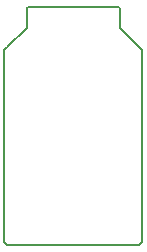
<source format=gbr>
G04 #@! TF.FileFunction,Profile,NP*
%FSLAX46Y46*%
G04 Gerber Fmt 4.6, Leading zero omitted, Abs format (unit mm)*
G04 Created by KiCad (PCBNEW 4.0.2-stable) date Thu 21 Apr 2016 02:04:47 AM EEST*
%MOMM*%
G01*
G04 APERTURE LIST*
%ADD10C,0.100000*%
%ADD11C,0.150000*%
G04 APERTURE END LIST*
D10*
D11*
X147193000Y-99060000D02*
X147320000Y-98933000D01*
X154940000Y-98933000D02*
X155067000Y-99060000D01*
X156718000Y-102362000D02*
X156972000Y-102616000D01*
X145542000Y-102362000D02*
X145288000Y-102616000D01*
X145288000Y-118872000D02*
X145542000Y-119126000D01*
X156718000Y-119126000D02*
X156972000Y-118872000D01*
X145542000Y-102362000D02*
X147193000Y-100711000D01*
X145288000Y-118872000D02*
X145288000Y-102616000D01*
X156718000Y-102362000D02*
X155067000Y-100711000D01*
X156972000Y-118872000D02*
X156972000Y-102616000D01*
X147193000Y-99060000D02*
X147193000Y-100711000D01*
X154940000Y-98933000D02*
X147320000Y-98933000D01*
X155067000Y-100711000D02*
X155067000Y-99060000D01*
X145542000Y-119126000D02*
X156718000Y-119126000D01*
M02*

</source>
